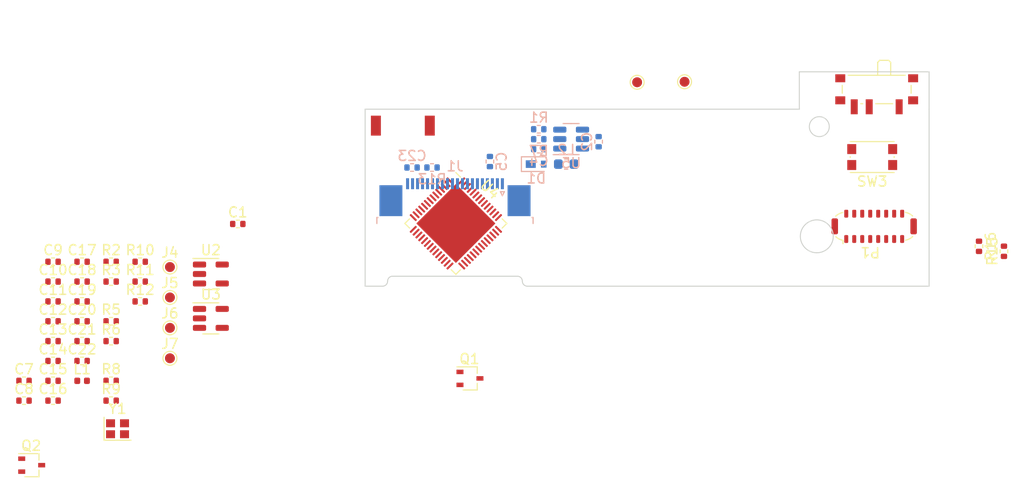
<source format=kicad_pcb>
(kicad_pcb (version 20221018) (generator pcbnew)
  (layers (0 "F.Cu" signal) (31 "B.Cu" signal) (34 "B.Paste" user) (35 "F.Paste" user) (36 "B.SilkS" user "B.Silkscreen") (37 "F.SilkS" user "F.Silkscreen") (38 "B.Mask" user) (39 "F.Mask" user) (44 "Edge.Cuts" user))
  (net 0 "")
  (net 1 "GND")
  (net 2 "/EN")
  (net 3 "+3V3")
  (net 4 "VDD3P3")
  (net 5 "/IO15")
  (net 6 "/D-")
  (net 7 "/D+")
  (net 8 "/IO2")
  (net 9 "/IO4")
  (net 10 "/IO0")
  (net 11 "/SCL")
  (net 12 "/SDA")
  (net 14 "+12V")
  (net 15 "Net-(J1-Pin_3)")
  (net 16 "Net-(D1-A)")
  (net 17 "Net-(J5-Pin_1)")
  (net 18 "Net-(Q1-B)")
  (net 19 "Net-(Q2-B)")
  (net 21 "/VCC_DISPL")
  (net 22 "Net-(J2-Pin_1)")
  (net 24 "/VBAT")
  (net 25 "/VUSB")
  (net 26 "/GPIO9")
  (net 27 "Net-(U4-XTAL_N)")
  (net 28 "Net-(U4-XTAL_P)")
  (net 29 "Net-(U4-VDD_SPI)")
  (net 30 "Net-(C21-Pad1)")
  (net 31 "Net-(J7-Pin_1)")
  (net 32 "Net-(J4-Pin_1)")
  (net 33 "Net-(U4-GPIO21)")
  (net 68 "Net-(P1-D+)")
  (net 69 "Net-(P1-D-)")
  (net 70 "Net-(P1-CC)")
  (net 71 "Net-(P1-VCONN)")
  (net 77 "/DC")
  (net 78 "/CS")
  (net 79 "Net-(J1-Pin_17)")
  (net 81 "Net-(U5-FB)")
  (net 83 "Net-(AE2-A)")
  (footprint "Resistor_SMD:R_0402_1005Metric" (layer "F.Cu") (at 81.2325 62.04)
    (fp_text reference "C10" (at 0 -1.17) (layer "F.SilkS"))
    (fp_text value "1µ")
    (fp_line (start -0.153641 -0.38) (end 0.153641 -0.38) (stroke (width 0.12)) (layer "F.SilkS"))
    (fp_line (start -0.153641 0.38) (end 0.153641 0.38) (stroke (width 0.12)) (layer "F.SilkS"))
    (pad "1" smd roundrect (at -0.51 0) (size 0.54 0.64) (layers "F.Cu" "F.Paste" "F.Mask") (net 2 "/EN"))
    (pad "2" smd roundrect (at 0.51 0) (size 0.54 0.64) (layers "F.Cu" "F.Paste" "F.Mask") (net 1 "GND"))
  )
  (footprint "TestPoint:TestPoint_Pad_D1.0mm" (layer "F.Cu") (at 144.5 42)
    (fp_text reference "J3" hide)
    (fp_text value "Conn_01x01")
    (fp_circle (center 0 0) (end 0 0.7) (stroke (width 0.12)) (fill none) (layer "F.SilkS"))
    (pad "1" smd circle (at 0 0) (size 1 1) (layers "F.Cu" "F.Mask") (net 1 "GND"))
  )
  (footprint "Resistor_SMD:R_0402_1005Metric" (layer "F.Cu") (at 89.9625 62.04)
    (fp_text reference "R11" (at 0 -1.17) (layer "F.SilkS"))
    (fp_text value "390K")
    (fp_line (start -0.153641 -0.38) (end 0.153641 -0.38) (stroke (width 0.12)) (layer "F.SilkS"))
    (fp_line (start -0.153641 0.38) (end 0.153641 0.38) (stroke (width 0.12)) (layer "F.SilkS"))
    (pad "1" smd roundrect (at -0.51 0) (size 0.54 0.64) (layers "F.Cu" "F.Paste" "F.Mask") (net 32 "Net-(J4-Pin_1)"))
    (pad "2" smd roundrect (at 0.51 0) (size 0.54 0.64) (layers "F.Cu" "F.Paste" "F.Mask") (net 19 "Net-(Q2-B)"))
  )
  (footprint "Crystal:Crystal_SMD_2016-4Pin_2.0x1.6mm" (layer "F.Cu") (at 87.6925 76.8)
    (fp_text reference "Y1" (at 0 -2) (layer "F.SilkS"))
    (fp_text value "40MHz")
    (fp_line (start -1.35 -1.15) (end -1.35 1.15) (stroke (width 0.12)) (layer "F.SilkS"))
    (fp_line (start -1.35 1.15) (end 1.35 1.15) (stroke (width 0.12)) (layer "F.SilkS"))
    (pad "1" smd rect (at -0.7 0.55) (size 0.9 0.8) (layers "F.Cu" "F.Paste" "F.Mask") (net 28 "Net-(U4-XTAL_P)"))
    (pad "2" smd rect (at 0.7 0.55) (size 0.9 0.8) (layers "F.Cu" "F.Paste" "F.Mask") (net 1 "GND"))
    (pad "3" smd rect (at 0.7 -0.55) (size 0.9 0.8) (layers "F.Cu" "F.Paste" "F.Mask") (net 27 "Net-(U4-XTAL_N)"))
    (pad "4" smd rect (at -0.7 -0.55) (size 0.9 0.8) (layers "F.Cu" "F.Paste" "F.Mask") (net 1 "GND"))
  )
  (footprint "Resistor_SMD:R_0402_1005Metric" (layer "F.Cu") (at 87.0525 66.02)
    (fp_text reference "R5" (at 0 -1.17) (layer "F.SilkS"))
    (fp_text value "390K")
    (fp_line (start -0.153641 -0.38) (end 0.153641 -0.38) (stroke (width 0.12)) (layer "F.SilkS"))
    (fp_line (start -0.153641 0.38) (end 0.153641 0.38) (stroke (width 0.12)) (layer "F.SilkS"))
    (pad "1" smd roundrect (at -0.51 0) (size 0.54 0.64) (layers "F.Cu" "F.Paste" "F.Mask") (net 24 "/VBAT"))
    (pad "2" smd roundrect (at 0.51 0) (size 0.54 0.64) (layers "F.Cu" "F.Paste" "F.Mask") (net 26 "/GPIO9"))
  )
  (footprint "Resistor_SMD:R_0402_1005Metric" (layer "F.Cu") (at 81.2325 64.03)
    (fp_text reference "C11" (at 0 -1.17) (layer "F.SilkS"))
    (fp_text value "10µ")
    (fp_line (start -0.153641 -0.38) (end 0.153641 -0.38) (stroke (width 0.12)) (layer "F.SilkS"))
    (fp_line (start -0.153641 0.38) (end 0.153641 0.38) (stroke (width 0.12)) (layer "F.SilkS"))
    (pad "1" smd roundrect (at -0.51 0) (size 0.54 0.64) (layers "F.Cu" "F.Paste" "F.Mask") (net 3 "+3V3"))
    (pad "2" smd roundrect (at 0.51 0) (size 0.54 0.64) (layers "F.Cu" "F.Paste" "F.Mask") (net 1 "GND"))
  )
  (footprint "Resistor_SMD:R_0402_1005Metric" (layer "F.Cu") (at 78.3225 73.98)
    (fp_text reference "C8" (at 0 -1.17) (layer "F.SilkS"))
    (fp_text value "15p")
    (fp_line (start -0.153641 -0.38) (end 0.153641 -0.38) (stroke (width 0.12)) (layer "F.SilkS"))
    (fp_line (start -0.153641 0.38) (end 0.153641 0.38) (stroke (width 0.12)) (layer "F.SilkS"))
    (pad "1" smd roundrect (at -0.51 0) (size 0.54 0.64) (layers "F.Cu" "F.Paste" "F.Mask") (net 27 "Net-(U4-XTAL_N)"))
    (pad "2" smd roundrect (at 0.51 0) (size 0.54 0.64) (layers "F.Cu" "F.Paste" "F.Mask") (net 1 "GND"))
  )
  (footprint "Package_TO_SOT_SMD:SOT-323_SC-70" (layer "F.Cu") (at 123 71.75)
    (fp_text reference "Q1" (at -0.05 -1.95) (layer "F.SilkS"))
    (fp_text value "BC817W")
    (fp_line (start -0.68 1.16) (end 0.73 1.16) (stroke (width 0.12)) (layer "F.SilkS"))
    (fp_line (start 0.73 -1.16) (end -1.3 -1.16) (stroke (width 0.12)) (layer "F.SilkS"))
    (fp_line (start 0.73 -1.16) (end 0.73 -0.5) (stroke (width 0.12)) (layer "F.SilkS"))
    (fp_line (start 0.73 0.5) (end 0.73 1.16) (stroke (width 0.12)) (layer "F.SilkS"))
    (pad "1" smd rect (at -1 -0.65 270) (size 0.45 0.7) (layers "F.Cu" "F.Paste" "F.Mask") (net 18 "Net-(Q1-B)"))
    (pad "2" smd rect (at -1 0.65 270) (size 0.45 0.7) (layers "F.Cu" "F.Paste" "F.Mask") (net 1 "GND"))
    (pad "3" smd rect (at 1 0 270) (size 0.45 0.7) (layers "F.Cu" "F.Paste" "F.Mask") (net 9 "/IO4"))
  )
  (footprint "Resistor_SMD:R_0402_1005Metric" (layer "F.Cu") (at 81.2325 70)
    (fp_text reference "C14" (at 0 -1.17) (layer "F.SilkS"))
    (fp_text value "1µ")
    (fp_line (start -0.153641 -0.38) (end 0.153641 -0.38) (stroke (width 0.12)) (layer "F.SilkS"))
    (fp_line (start -0.153641 0.38) (end 0.153641 0.38) (stroke (width 0.12)) (layer "F.SilkS"))
    (pad "1" smd roundrect (at -0.51 0) (size 0.54 0.64) (layers "F.Cu" "F.Paste" "F.Mask") (net 1 "GND"))
    (pad "2" smd roundrect (at 0.51 0) (size 0.54 0.64) (layers "F.Cu" "F.Paste" "F.Mask") (net 29 "Net-(U4-VDD_SPI)"))
  )
  (footprint "Resistor_SMD:R_0402_1005Metric" (layer "F.Cu") (at 87.0525 68.01)
    (fp_text reference "R6" (at 0 -1.17) (layer "F.SilkS"))
    (fp_text value "390K")
    (fp_line (start -0.153641 -0.38) (end 0.153641 -0.38) (stroke (width 0.12)) (layer "F.SilkS"))
    (fp_line (start -0.153641 0.38) (end 0.153641 0.38) (stroke (width 0.12)) (layer "F.SilkS"))
    (pad "1" smd roundrect (at -0.51 0) (size 0.54 0.64) (layers "F.Cu" "F.Paste" "F.Mask") (net 26 "/GPIO9"))
    (pad "2" smd roundrect (at 0.51 0) (size 0.54 0.64) (layers "F.Cu" "F.Paste" "F.Mask") (net 1 "GND"))
  )
  (footprint "Package_DFN_QFN:QFN-56-1EP_7x7mm_P0.4mm_EP5.6x5.6mm" (layer "F.Cu") (at 121.589949 56.210051 -45)
    (fp_text reference "U4" (at 0 -4.82 135) (layer "F.SilkS"))
    (fp_text value "ESP32-S3")
    (fp_line (start -3.61 3.61) (end -3.61 2.96) (stroke (width 0.12)) (layer "F.SilkS"))
    (fp_line (start -2.96 -3.61) (end -3.61 -3.61) (stroke (width 0.12)) (layer "F.SilkS"))
    (fp_line (start -2.96 3.61) (end -3.61 3.61) (stroke (width 0.12)) (layer "F.SilkS"))
    (fp_line (start 2.96 -3.61) (end 3.61 -3.61) (stroke (width 0.12)) (layer "F.SilkS"))
    (fp_line (start 2.96 3.61) (end 3.61 3.61) (stroke (width 0.12)) (layer "F.SilkS"))
    (fp_line (start 3.61 -3.61) (end 3.61 -2.96) (stroke (width 0.12)) (layer "F.SilkS"))
    (fp_line (start 3.61 3.61) (end 3.61 2.96) (stroke (width 0.12)) (layer "F.SilkS"))
    (pad "1" smd roundrect (at -3.4375 -2.6 315) (size 0.875 0.2) (layers "F.Cu" "F.Paste" "F.Mask") (net 83 "Net-(AE2-A)"))
    (pad "2" smd roundrect (at -3.4375 -2.2 315) (size 0.875 0.2) (layers "F.Cu" "F.Paste" "F.Mask") (net 4 "VDD3P3"))
    (pad "3" smd roundrect (at -3.4375 -1.8 315) (size 0.875 0.2) (layers "F.Cu" "F.Paste" "F.Mask") (net 4 "VDD3P3"))
    (pad "4" smd roundrect (at -3.4375 -1.4 315) (size 0.875 0.2) (layers "F.Cu" "F.Paste" "F.Mask") (net 2 "/EN"))
    (pad "5" smd roundrect (at -3.4375 -1 315) (size 0.875 0.2) (layers "F.Cu" "F.Paste" "F.Mask") (net 10 "/IO0"))
    (pad "6" smd roundrect (at -3.4375 -0.6 315) (size 0.875 0.2) (layers "F.Cu" "F.Paste" "F.Mask"))
    (pad "7" smd roundrect (at -3.4375 -0.2 315) (size 0.875 0.2) (layers "F.Cu" "F.Paste" "F.Mask") (net 8 "/IO2"))
    (pad "8" smd roundrect (at -3.4375 0.2 315) (size 0.875 0.2) (layers "F.Cu" "F.Paste" "F.Mask"))
    (pad "9" smd roundrect (at -3.4375 0.6 315) (size 0.875 0.2) (layers "F.Cu" "F.Paste" "F.Mask") (net 9 "/IO4"))
    (pad "10" smd roundrect (at -3.4375 1 315) (size 0.875 0.2) (layers "F.Cu" "F.Paste" "F.Mask"))
    (pad "11" smd roundrect (at -3.4375 1.4 315) (size 0.875 0.2) (layers "F.Cu" "F.Paste" "F.Mask"))
    (pad "12" smd roundrect (at -3.4375 1.8 315) (size 0.875 0.2) (layers "F.Cu" "F.Paste" "F.Mask"))
    (pad "13" smd roundrect (at -3.4375 2.2 315) (size 0.875 0.2) (layers "F.Cu" "F.Paste" "F.Mask"))
    (pad "14" smd roundrect (at -3.4375 2.6 315) (size 0.875 0.2) (layers "F.Cu" "F.Paste" "F.Mask") (net 26 "/GPIO9"))
    (pad "15" smd roundrect (at -2.6 3.4375 315) (size 0.2 0.875) (layers "F.Cu" "F.Paste" "F.Mask") (net 31 "Net-(J7-Pin_1)"))
    (pad "16" smd roundrect (at -2.2 3.4375 315) (size 0.2 0.875) (layers "F.Cu" "F.Paste" "F.Mask") (net 12 "/SDA"))
    (pad "17" smd roundrect (at -1.8 3.4375 315) (size 0.2 0.875) (layers "F.Cu" "F.Paste" "F.Mask") (net 11 "/SCL"))
    (pad "18" smd roundrect (at -1.4 3.4375 315) (size 0.2 0.875) (layers "F.Cu" "F.Paste" "F.Mask") (net 78 "/CS"))
    (pad "19" smd roundrect (at -1 3.4375 315) (size 0.2 0.875) (layers "F.Cu" "F.Paste" "F.Mask") (net 77 "/DC"))
    (pad "20" smd roundrect (at -0.6 3.4375 315) (size 0.2 0.875) (layers "F.Cu" "F.Paste" "F.Mask") (net 3 "+3V3"))
    (pad "21" smd roundrect (at -0.2 3.4375 315) (size 0.2 0.875) (layers "F.Cu" "F.Paste" "F.Mask") (net 5 "/IO15"))
    (pad "22" smd roundrect (at 0.2 3.4375 315) (size 0.2 0.875) (layers "F.Cu" "F.Paste" "F.Mask"))
    (pad "23" smd roundrect (at 0.6 3.4375 315) (size 0.2 0.875) (layers "F.Cu" "F.Paste" "F.Mask") (net 21 "/VCC_DISPL"))
    (pad "24" smd roundrect (at 1 3.4375 315) (size 0.2 0.875) (layers "F.Cu" "F.Paste" "F.Mask"))
    (pad "25" smd roundrect (at 1.4 3.4375 315) (size 0.2 0.875) (layers "F.Cu" "F.Paste" "F.Mask") (net 6 "/D-"))
    (pad "26" smd roundrect (at 1.8 3.4375 315) (size 0.2 0.875) (layers "F.Cu" "F.Paste" "F.Mask") (net 7 "/D+"))
    (pad "27" smd roundrect (at 2.2 3.4375 315) (size 0.2 0.875) (layers "F.Cu" "F.Paste" "F.Mask") (net 33 "Net-(U4-GPIO21)"))
    (pad "28" smd roundrect (at 2.6 3.4375 315) (size 0.2 0.875) (layers "F.Cu" "F.Paste" "F.Mask"))
    (pad "29" smd roundrect (at 3.4375 2.6 315) (size 0.875 0.2) (layers "F.Cu" "F.Paste" "F.Mask") (net 29 "Net-(U4-VDD_SPI)"))
    (pad "30" smd roundrect (at 3.4375 2.2 315) (size 0.875 0.2) (layers "F.Cu" "F.Paste" "F.Mask"))
    (pad "31" smd roundrect (at 3.4375 1.8 315) (size 0.875 0.2) (layers "F.Cu" "F.Paste" "F.Mask"))
    (pad "32" smd roundrect (at 3.4375 1.4 315) (size 0.875 0.2) (layers "F.Cu" "F.Paste" "F.Mask"))
    (pad "33" smd roundrect (at 3.4375 1 315) (size 0.875 0.2) (layers "F.Cu" "F.Paste" "F.Mask"))
    (pad "34" smd roundrect (at 3.4375 0.6 315) (size 0.875 0.2) (layers "F.Cu" "F.Paste" "F.Mask"))
    (pad "35" smd roundrect (at 3.4375 0.2 315) (size 0.875 0.2) (layers "F.Cu" "F.Paste" "F.Mask"))
    (pad "36" smd roundrect (at 3.4375 -0.2 315) (size 0.875 0.2) (layers "F.Cu" "F.Paste" "F.Mask"))
    (pad "37" smd roundrect (at 3.4375 -0.6 315) (size 0.875 0.2) (layers "F.Cu" "F.Paste" "F.Mask"))
    (pad "38" smd roundrect (at 3.4375 -1 315) (size 0.875 0.2) (layers "F.Cu" "F.Paste" "F.Mask"))
    (pad "39" smd roundrect (at 3.4375 -1.4 315) (size 0.875 0.2) (layers "F.Cu" "F.Paste" "F.Mask"))
    (pad "40" smd roundrect (at 3.4375 -1.8 315) (size 0.875 0.2) (layers "F.Cu" "F.Paste" "F.Mask"))
    (pad "41" smd roundrect (at 3.4375 -2.2 315) (size 0.875 0.2) (layers "F.Cu" "F.Paste" "F.Mask"))
    (pad "42" smd roundrect (at 3.4375 -2.6 315) (size 0.875 0.2) (layers "F.Cu" "F.Paste" "F.Mask"))
    (pad "43" smd roundrect (at 2.6 -3.4375 315) (size 0.2 0.875) (layers "F.Cu" "F.Paste" "F.Mask"))
    (pad "44" smd roundrect (at 2.2 -3.4375 315) (size 0.2 0.875) (layers "F.Cu" "F.Paste" "F.Mask"))
    (pad "45" smd roundrect (at 1.8 -3.4375 315) (size 0.2 0.875) (layers "F.Cu" "F.Paste" "F.Mask"))
    (pad "46" smd roundrect (at 1.4 -3.4375 315) (size 0.2 0.875) (layers "F.Cu" "F.Paste" "F.Mask") (net 3 "+3V3"))
    (pad "47" smd roundrect (at 1 -3.4375 315) (size 0.2 0.875) (layers "F.Cu" "F.Paste" "F.Mask"))
    (pad "48" smd roundrect (at 0.6 -3.4375 315) (size 0.2 0.875) (layers "F.Cu" "F.Paste" "F.Mask"))
    (pad "49" smd roundrect (at 0.2 -3.4375 315) (size 0.2 0.875) (layers "F.Cu" "F.Paste" "F.Mask"))
    (pad "50" smd roundrect (at -0.2 -3.4375 315) (size 0.2 0.875) (layers "F.Cu" "F.Paste" "F.Mask"))
    (pad "51" smd roundrect (at -0.6 -3.4375 315) (size 0.2 0.875) (layers "F.Cu" "F.Paste" "F.Mask"))
    (pad "52" smd roundrect (at -1 -3.4375 315) (size 0.2 0.875) (layers "F.Cu" "F.Paste" "F.Mask"))
    (pad "53" smd roundrect (at -1.4 -3.4375 315) (size 0.2 0.875) (layers "F.Cu" "F.Paste" "F.Mask") (net 27 "Net-(U4-XTAL_N)"))
    (pad "54" smd roundrect (at -1.8 -3.4375 315) (size 0.2 0.875) (layers "F.Cu" "F.Paste" "F.Mask") (net 28 "Net-(U4-XTAL_P)"))
    (pad "55" smd roundrect (at -2.2 -3.4375 315) (size 0.2 0.875) (layers "F.Cu" "F.Paste" "F.Mask") (net 3 "+3V3"))
    (pad "56" smd roundrect (at -2.6 -3.4375 315) (size 0.2 0.875) (layers "F.Cu" "F.Paste" "F.Mask") (net 3 "+3V3"))
    (pad "57" smd rect (at 0 0 315) (size 5.6 5.6) (layers "F.Cu" "F.Mask") (net 1 "GND"))
  )
  (footprint "TestPoint:TestPoint_Pad_D1.0mm" (layer "F.Cu") (at 92.9425 63.63)
    (fp_text reference "J5" (at 0 -1.448) (layer "F.SilkS"))
    (fp_text value "Conn_01x01")
    (fp_circle (center 0 0) (end 0 0.7) (stroke (width 0.12)) (fill none) (layer "F.SilkS"))
    (pad "1" smd circle (at 0 0) (size 1 1) (layers "F.Cu" "F.Mask") (net 17 "Net-(J5-Pin_1)"))
  )
  (footprint "TestPoint:TestPoint_Pad_D1.0mm" (layer "F.Cu") (at 92.9425 66.68)
    (fp_text reference "J6" (at 0 -1.448) (layer "F.SilkS"))
    (fp_text value "Conn_01x01")
    (fp_circle (center 0 0) (end 0 0.7) (stroke (width 0.12)) (fill none) (layer "F.SilkS"))
    (pad "1" smd circle (at 0 0) (size 1 1) (layers "F.Cu" "F.Mask") (net 1 "GND"))
  )
  (footprint "Resistor_SMD:R_0402_1005Metric" (layer "F.Cu") (at 84.1425 66.02)
    (fp_text reference "C20" (at 0 -1.17) (layer "F.SilkS"))
    (fp_text value "1µ")
    (fp_line (start -0.153641 -0.38) (end 0.153641 -0.38) (stroke (width 0.12)) (layer "F.SilkS"))
    (fp_line (start -0.153641 0.38) (end 0.153641 0.38) (stroke (width 0.12)) (layer "F.SilkS"))
    (pad "1" smd roundrect (at -0.51 0) (size 0.54 0.64) (layers "F.Cu" "F.Paste" "F.Mask") (net 1 "GND"))
    (pad "2" smd roundrect (at 0.51 0) (size 0.54 0.64) (layers "F.Cu" "F.Paste" "F.Mask") (net 3 "+3V3"))
  )
  (footprint "Resistor_SMD:R_0402_1005Metric" (layer "F.Cu") (at 87.0525 71.99)
    (fp_text reference "R8" (at 0 -1.17) (layer "F.SilkS"))
    (fp_text value "5K1")
    (fp_line (start -0.153641 -0.38) (end 0.153641 -0.38) (stroke (width 0.12)) (layer "F.SilkS"))
    (fp_line (start -0.153641 0.38) (end 0.153641 0.38) (stroke (width 0.12)) (layer "F.SilkS"))
    (pad "1" smd roundrect (at -0.51 0) (size 0.54 0.64) (layers "F.Cu" "F.Paste" "F.Mask") (net 3 "+3V3"))
    (pad "2" smd roundrect (at 0.51 0) (size 0.54 0.64) (layers "F.Cu" "F.Paste" "F.Mask") (net 2 "/EN"))
  )
  (footprint "Package_TO_SOT_SMD:SOT-323_SC-70" (layer "F.Cu") (at 79.0925 80.45)
    (fp_text reference "Q2" (at -0.05 -1.95) (layer "F.SilkS"))
    (fp_text value "BC817W")
    (fp_line (start -0.68 1.16) (end 0.73 1.16) (stroke (width 0.12)) (layer "F.SilkS"))
    (fp_line (start 0.73 -1.16) (end -1.3 -1.16) (stroke (width 0.12)) (layer "F.SilkS"))
    (fp_line (start 0.73 -1.16) (end 0.73 -0.5) (stroke (width 0.12)) (layer "F.SilkS"))
    (fp_line (start 0.73 0.5) (end 0.73 1.16) (stroke (width 0.12)) (layer "F.SilkS"))
    (pad "1" smd rect (at -1 -0.65 270) (size 0.45 0.7) (layers "F.Cu" "F.Paste" "F.Mask") (net 19 "Net-(Q2-B)"))
    (pad "2" smd rect (at -1 0.65 270) (size 0.45 0.7) (layers "F.Cu" "F.Paste" "F.Mask") (net 1 "GND"))
    (pad "3" smd rect (at 1 0 270) (size 0.45 0.7) (layers "F.Cu" "F.Paste" "F.Mask") (net 8 "/IO2"))
  )
  (footprint "TestPoint:TestPoint_Pad_D1.0mm" (layer "F.Cu") (at 92.9425 60.58)
    (fp_text reference "J4" (at 0 -1.448) (layer "F.SilkS"))
    (fp_text value "Conn_01x01")
    (fp_circle (center 0 0) (end 0 0.7) (stroke (width 0.12)) (fill none) (layer "F.SilkS"))
    (pad "1" smd circle (at 0 0) (size 1 1) (layers "F.Cu" "F.Mask") (net 32 "Net-(J4-Pin_1)"))
  )
  (footprint "Resistor_SMD:R_0402_1005Metric" (layer "F.Cu") (at 81.2325 73.98)
    (fp_text reference "C16" (at 0 -1.17) (layer "F.SilkS"))
    (fp_text value "100n")
    (fp_line (start -0.153641 -0.38) (end 0.153641 -0.38) (stroke (width 0.12)) (layer "F.SilkS"))
    (fp_line (start -0.153641 0.38) (end 0.153641 0.38) (stroke (width 0.12)) (layer "F.SilkS"))
    (pad "1" smd roundrect (at -0.51 0) (size 0.54 0.64) (layers "F.Cu" "F.Paste" "F.Mask") (net 1 "GND"))
    (pad "2" smd roundrect (at 0.51 0) (size 0.54 0.64) (layers "F.Cu" "F.Paste" "F.Mask") (net 4 "VDD3P3"))
  )
  (footprint "Resistor_SMD:R_0402_1005Metric" (layer "F.Cu") (at 176.5 59 90)
    (fp_text reference "R15" (at 0 -1.17 90) (layer "F.SilkS"))
    (fp_text value "5K1")
    (fp_line (start -0.153641 -0.38) (end 0.153641 -0.38) (stroke (width 0.12)) (layer "F.SilkS"))
    (fp_line (start -0.153641 0.38) (end 0.153641 0.38) (stroke (width 0.12)) (layer "F.SilkS"))
    (pad "1" smd roundrect (at -0.51 0 90) (size 0.54 0.64) (layers "F.Cu" "F.Paste" "F.Mask") (net 70 "Net-(P1-CC)"))
    (pad "2" smd roundrect (at 0.51 0 90) (size 0.54 0.64) (layers "F.Cu" "F.Paste" "F.Mask") (net 1 "GND"))
  )
  (footprint "Button_Switch_SMD:SW_SPDT_PCM12" (layer "F.Cu") (at 163.75 43.08 180)
    (fp_text reference "SW1" hide)
    (fp_text value "SW_DIP_x01")
    (fp_line (start -3.45 -0.07) (end -3.45 0.72) (stroke (width 0.12)) (layer "F.SilkS"))
    (fp_line (start -2.85 1.73) (end 2.85 1.73) (stroke (width 0.12)) (layer "F.SilkS"))
    (fp_line (start -1.6 -1.12) (end 0.1 -1.12) (stroke (width 0.12)) (layer "F.SilkS"))
    (fp_line (start -1.4 1.73) (end -1.4 3.02) (stroke (width 0.12)) (layer "F.SilkS"))
    (fp_line (start -1.4 3.02) (end -1.2 3.23) (stroke (width 0.12)) (layer "F.SilkS"))
    (fp_line (start -1.2 3.23) (end -0.3 3.23) (stroke (width 0.12)) (layer "F.SilkS"))
    (fp_line (start -0.1 3.02) (end -0.3 3.23) (stroke (width 0.12)) (layer "F.SilkS"))
    (fp_line (start -0.1 3.02) (end -0.1 1.73) (stroke (width 0.12)) (layer "F.SilkS"))
    (fp_line (start 1.4 -1.12) (end 1.6 -1.12) (stroke (width 0.12)) (layer "F.SilkS"))
    (fp_line (start 3.45 0.72) (end 3.45 -0.07) (stroke (width 0.12)) (layer "F.SilkS"))
    (pad "" smd rect (at -3.65 -0.78 180) (size 1 0.8) (layers "F.Cu" "F.Paste" "F.Mask"))
    (pad "" smd rect (at -3.65 1.43 180) (size 1 0.8) (layers "F.Cu" "F.Paste" "F.Mask"))
    (pad "" np_thru_hole circle (at -1.5 0.33 180) (size 0.9 0.9) (drill 0.9) (layers "*.Cu" "*.Mask"))
    (pad "" np_thru_hole circle (at 1.5 0.33 180) (size 0.9 0.9) (drill 0.9) (layers "*.Cu" "*.Mask"))
    (pad "" smd rect (at 3.65 -0.78 180) (size 1 0.8) (layers "F.Cu" "F.Paste" "F.Mask"))
    (pad "" smd rect (at 3.65 1.43 180) (size 1 0.8) (layers "F.Cu" "F.Paste" "F.Mask"))
    (pad "1" smd rect (at -2.25 -1.43 180) (size 0.7 1.5) (layers "F.Cu" "F.Paste" "F.Mask") (net 24 "/VBAT"))
    (pad "2" smd rect (at 0.75 -1.43 180) (size 0.7 1.5) (layers "F.Cu" "F.Paste" "F.Mask") (net 22 "Net-(J2-Pin_1)"))
    (pad "3" smd rect (at 2.25 -1.43 180) (size 0.7 1.5) (layers "F.Cu" "F.Paste" "F.Mask"))
  )
  (footprint "Resistor_SMD:R_0402_1005Metric" (layer "F.Cu") (at 81.2325 68.01)
    (fp_text reference "C13" (at 0 -1.17) (layer "F.SilkS"))
    (fp_text value "100n")
    (fp_line (start -0.153641 -0.38) (end 0.153641 -0.38) (stroke (width 0.12)) (layer "F.SilkS"))
    (fp_line (start -0.153641 0.38) (end 0.153641 0.38) (stroke (width 0.12)) (layer "F.SilkS"))
    (pad "1" smd roundrect (at -0.51 0) (size 0.54 0.64) (layers "F.Cu" "F.Paste" "F.Mask") (net 1 "GND"))
    (pad "2" smd roundrect (at 0.51 0) (size 0.54 0.64) (layers "F.Cu" "F.Paste" "F.Mask") (net 3 "+3V3"))
  )
  (footprint "Resistor_SMD:R_0402_1005Metric" (layer "F.Cu") (at 99.74 56.26)
    (fp_text reference "C1" (at 0 -1.17) (layer "F.SilkS"))
    (fp_text value "1µ")
    (fp_line (start -0.153641 -0.38) (end 0.153641 -0.38) (stroke (width 0.12)) (layer "F.SilkS"))
    (fp_line (start -0.153641 0.38) (end 0.153641 0.38) (stroke (width 0.12)) (layer "F.SilkS"))
    (pad "1" smd roundrect (at -0.51 0) (size 0.54 0.64) (layers "F.Cu" "F.Paste" "F.Mask") (net 1 "GND"))
    (pad "2" smd roundrect (at 0.51 0) (size 0.54 0.64) (layers "F.Cu" "F.Paste" "F.Mask") (net 25 "/VUSB"))
  )
  (footprint "Connector_USB:USB_C_Plug_ShenzhenJingTuoJin_918-118A2021Y40002_Vertical" (layer "F.Cu") (at 163.5 56.5 90)
    (fp_text reference "P1" (at -2.6 -0.4 180 unlocked) (layer "F.SilkS"))
    (fp_text value "USB_C_Plug_USB2.0")
    (fp_line (start -1.74 -3.125) (end -1.4 -3.125) (stroke (width 0.12)) (layer "F.SilkS"))
    (fp_arc (start -1.4 -3.125) (mid -1.273005 -3.509003) (end -1.043045 -3.841725) (stroke (width 0.12)) (layer "F.SilkS"))
    (fp_arc (start -1.025 3.85) (mid -1.258743 3.520613) (end -1.389879 3.138598) (stroke (width 0.12)) (layer "F.SilkS"))
    (fp_arc (start 1.025 -3.85) (mid 1.258743 -3.520613) (end 1.389879 -3.138598) (stroke (width 0.12)) (layer "F.SilkS"))
    (fp_arc (start 1.4 3.125) (mid 1.273005 3.509002) (end 1.043045 3.841725) (stroke (width 0.12)) (layer "F.SilkS"))
    (pad "A1" smd roundrect (at -1.27 -2.8 180) (size 0.4 0.79) (layers "F.Cu" "F.Paste" "F.Mask") (net 1 "GND"))
    (pad "A4" smd roundrect (at -1.27 -2 180) (size 0.4 0.79) (layers "F.Cu" "F.Paste" "F.Mask") (net 25 "/VUSB"))
    (pad "A5" smd roundrect (at -1.27 -1.2 180) (size 0.4 0.79) (layers "F.Cu" "F.Paste" "F.Mask") (net 70 "Net-(P1-CC)"))
    (pad "A6" smd roundrect (at -1.27 -0.4 180) (size 0.4 0.79) (layers "F.Cu" "F.Paste" "F.Mask") (net 68 "Net-(P1-D+)"))
    (pad "A7" smd roundrect (at -1.27 0.4 180) (size 0.4 0.79) (layers "F.Cu" "F.Paste" "F.Mask") (net 69 "Net-(P1-D-)"))
    (pad "A8" smd roundrect (at -1.27 1.2 180) (size 0.4 0.79) (layers "F.Cu" "F.Paste" "F.Mask"))
    (pad "A9" smd roundrect (at -1.27 2 180) (size 0.4 0.79) (layers "F.Cu" "F.Paste" "F.Mask") (net 25 "/VUSB"))
    (pad "A12" smd roundrect (at -1.27 2.8 180) (size 0.4 0.79) (layers "F.Cu" "F.Paste" "F.Mask") (net 1 "GND"))
    (pad "B1" smd roundrect (at 1.27 2.8 180) (size 0.4 0.79) (layers "F.Cu" "F.Paste" "F.Mask") (net 1 "GND"))
    (pad "B4" smd roundrect (at 1.27 2 180) (size 0.4 0.79) (layers "F.Cu" "F.Paste" "F.Mask") (net 25 "/VUSB"))
    (pad "B5" smd roundrect (at 1.27 1.2 180) (size 0.4 0.79) (layers "F.Cu" "F.Paste" "F.Mask") (net 71 "Net-(P1-VCONN)"))
    (pad "B6" smd roundrect (at 1.27 0.4 180) (size 0.4 0.79) (layers "F.Cu" "F.Paste" "F.Mask"))
    (pad "B7" smd roundrect (at 1.27 -0.4 180) (size 0.4 0.79) (layers "F.Cu" "F.Paste" "F.Mask"))
    (pad "B8" smd roundrect (at 1.27 -1.2 180) (size 0.4 0.79) (layers "F.Cu" "F.Paste" "F.Mask"))
    (pad "B9" smd roundrect (at 1.27 -2 180) (size 0.4 0.79) (layers "F.Cu" "F.Paste" "F.Mask") (net 25 "/VUSB"))
    (pad "B12" smd roundrect (at 1.27 -2.8 180) (size 0.4 0.79) (layers "F.Cu" "F.Paste" "F.Mask") (net 1 "GND"))
    (pad "S1" smd roundrect (at 0 -3.95 180) (size 0.65 1.6) (layers "F.Cu" "F.Paste" "F.Mask") (net 1 "GND"))
    (pad "S1" smd roundrect (at 0 3.95 180) (size 0.65 1.6) (layers "F.Cu" "F.Paste" "F.Mask") (net 1 "GND"))
  )
  (footprint "Resistor_SMD:R_0402_1005Metric" (layer "F.Cu") (at 84.1425 62.04)
    (fp_text reference "C18" (at 0 -1.17) (layer "F.SilkS"))
    (fp_text value "100n")
    (fp_line (start -0.153641 -0.38) (end 0.153641 -0.38) (stroke (width 0.12)) (layer "F.SilkS"))
    (fp_line (start -0.153641 0.38) (end 0.153641 0.38) (stroke (width 0.12)) (layer "F.SilkS"))
    (pad "1" smd roundrect (at -0.51 0) (size 0.54 0.64) (layers "F.Cu" "F.Paste" "F.Mask") (net 1 "GND"))
    (pad "2" smd roundrect (at 0.51 0) (size 0.54 0.64) (layers "F.Cu" "F.Paste" "F.Mask") (net 3 "+3V3"))
  )
  (footprint "Resistor_SMD:R_0402_1005Metric" (layer "F.Cu") (at 89.9625 60.05)
    (fp_text reference "R10" (at 0 -1.17) (layer "F.SilkS"))
    (fp_text value "5K1")
    (fp_line (start -0.153641 -0.38) (end 0.153641 -0.38) (stroke (width 0.12)) (layer "F.SilkS"))
    (fp_line (start -0.153641 0.38) (end 0.153641 0.38) (stroke (width 0.12)) (layer "F.SilkS"))
    (pad "1" smd roundrect (at -0.51 0) (size 0.54 0.64) (layers "F.Cu" "F.Paste" "F.Mask") (net 30 "Net-(C21-Pad1)"))
    (pad "2" smd roundrect (at 0.51 0) (size 0.54 0.64) (layers "F.Cu" "F.Paste" "F.Mask") (net 31 "Net-(J7-Pin_1)"))
  )
  (footprint "Inductor_SMD:L_0402_1005Metric" (layer "F.Cu") (at 84.1425 71.99)
    (fp_text reference "L1" (at 0 -1.17) (layer "F.SilkS"))
    (fp_text value "2n2")
    (pad "1" smd roundrect (at -0.485 0) (size 0.59 0.64) (layers "F.Cu" "F.Paste" "F.Mask") (net 3 "+3V3"))
    (pad "2" smd roundrect (at 0.485 0) (size 0.59 0.64) (layers "F.Cu" "F.Paste" "F.Mask") (net 4 "VDD3P3"))
  )
  (footprint "Resistor_SMD:R_0402_1005Metric" (layer "F.Cu") (at 84.1425 60.05)
    (fp_text reference "C17" (at 0 -1.17) (layer "F.SilkS"))
    (fp_text value "100n")
    (fp_line (start -0.153641 -0.38) (end 0.153641 -0.38) (stroke (width 0.12)) (layer "F.SilkS"))
    (fp_line (start -0.153641 0.38) (end 0.153641 0.38) (stroke (width 0.12)) (layer "F.SilkS"))
    (pad "1" smd roundrect (at -0.51 0) (size 0.54 0.64) (layers "F.Cu" "F.Paste" "F.Mask") (net 1 "GND"))
    (pad "2" smd roundrect (at 0.51 0) (size 0.54 0.64) (layers "F.Cu" "F.Paste" "F.Mask") (net 3 "+3V3"))
  )
  (footprint "Resistor_SMD:R_0402_1005Metric" (layer "F.Cu") (at 84.1425 68.01)
    (fp_text reference "C21" (at 0 -1.17) (layer "F.SilkS"))
    (fp_text value "1µ")
    (fp_line (start -0.153641 -0.38) (end 0.153641 -0.38) (stroke (width 0.12)) (layer "F.SilkS"))
    (fp_line (start -0.153641 0.38) (end 0.153641 0.38) (stroke (width 0.12)) (layer "F.SilkS"))
    (pad "1" smd roundrect (at -0.51 0) (size 0.54 0.64) (layers "F.Cu" "F.Paste" "F.Mask") (net 30 "Net-(C21-Pad1)"))
    (pad "2" smd roundrect (at 0.51 0) (size 0.54 0.64) (layers "F.Cu" "F.Paste" "F.Mask") (net 1 "GND"))
  )
  (footprint "Button_Switch_SMD:SW_Push_1P1T_NO_CK_KMR2" (layer "F.Cu") (at 163.299999 49.55 180)
    (fp_text reference "SW3" (at 0 -2.45) (layer "F.SilkS"))
    (fp_text value "SW_Push")
    (fp_line (start -2.2 0.05) (end -2.2 -0.05) (stroke (width 0.12)) (layer "F.SilkS"))
    (fp_line (start -2.2 1.55) (end 2.2 1.55) (stroke (width 0.12)) (layer "F.SilkS"))
    (fp_line (start 2.2 -1.55) (end -2.2 -1.55) (stroke (width 0.12)) (layer "F.SilkS"))
    (fp_line (start 2.2 0.05) (end 2.2 -0.05) (stroke (width 0.12)) (layer "F.SilkS"))
    (pad "1" smd rect (at -2.05 -0.8 180) (size 0.9 1) (layers "F.Cu" "F.Paste" "F.Mask") (net 1 "GND"))
    (pad "1" smd rect (at 2.05 -0.8 180) (size 0.9 1) (layers "F.Cu" "F.Paste" "F.Mask") (net 1 "GND"))
    (pad "2" smd rect (at -2.05 0.8 180) (size 0.9 1) (layers "F.Cu" "F.Paste" "F.Mask") (net 10 "/IO0"))
    (pad "2" smd rect (at 2.05 0.8 180) (size 0.9 1) (layers "F.Cu" "F.Paste" "F.Mask") (net 10 "/IO0"))
  )
  (footprint "Package_TO_SOT_SMD:TSOT-23-5" (layer "F.Cu") (at 97.0425 65.73)
    (fp_text reference "U3" (at 0 -2.4) (layer "F.SilkS"))
    (fp_text value "LN1134A332MR")
    (fp_line (start 0 -1.56) (end -1.8 -1.56) (stroke (width 0.12)) (layer "F.SilkS"))
    (fp_line (start 0 -1.56) (end 0.8 -1.56) (stroke (width 0.12)) (layer "F.SilkS"))
    (fp_line (start 0 1.56) (end -0.8 1.56) (stroke (width 0.12)) (layer "F.SilkS"))
    (fp_line (start 0 1.56) (end 0.8 1.56) (stroke (width 0.12)) (layer "F.SilkS"))
    (pad "1" smd roundrect (at -1.1375 -0.95) (size 1.325 0.6) (layers "F.Cu" "F.Paste" "F.Mask") (net 24 "/VBAT"))
    (pad "2" smd roundrect (at -1.1375 0) (size 1.325 0.6) (layers "F.Cu" "F.Paste" "F.Mask") (net 1 "GND"))
    (pad "3" smd roundrect (at -1.1375 0.95) (size 1.325 0.6) (layers "F.Cu" "F.Paste" "F.Mask") (net 24 "/VBAT"))
    (pad "4" smd roundrect (at 1.1375 0.95) (size 1.325 0.6) (layers "F.Cu" "F.Paste" "F.Mask"))
    (pad "5" smd roundrect (at 1.1375 -0.95) (size 1.325 0.6) (layers "F.Cu" "F.Paste" "F.Mask") (net 3 "+3V3"))
  )
  (footprint "Resistor_SMD:R_0402_1005Metric" (layer "F.Cu") (at 81.2325 71.99)
    (fp_text reference "C15" (at 0 -1.17) (layer "F.SilkS"))
    (fp_text value "100n")
    (fp_line (start -0.153641 -0.38) (end 0.153641 -0.38) (stroke (width 0.12)) (layer "F.SilkS"))
    (fp_line (start -0.153641 0.38) (end 0.153641 0.38) (stroke (width 0.12)) (layer "F.SilkS"))
    (pad "1" smd roundrect (at -0.51 0) (size 0.54 0.64) (layers "F.Cu" "F.Paste" "F.Mask") (net 1 "GND"))
    (pad "2" smd roundrect (at 0.51 0) (size 0.54 0.64) (layers "F.Cu" "F.Paste" "F.Mask") (net 29 "Net-(U4-VDD_SPI)"))
  )
  (footprint "Resistor_SMD:R_0402_1005Metric" (layer "F.Cu") (at 84.1425 70)
    (fp_text reference "C22" (at 0 -1.17) (layer "F.SilkS"))
    (fp_text value "1µ")
    (fp_line (start -0.153641 -0.38) (end 0.153641 -0.38) (stroke (width 0.12)) (layer "F.SilkS"))
    (fp_line (start -0.153641 0.38) (end 0.153641 0.38) (stroke (width 0.12)) (layer "F.SilkS"))
    (pad "1" smd roundrect (at -0.51 0) (size 0.54 0.64) (layers "F.Cu" "F.Paste" "F.Mask") (net 31 "Net-(J7-Pin_1)"))
    (pad "2" smd roundrect (at 0.51 0) (size 0.54 0.64) (layers "F.Cu" "F.Paste" "F.Mask") (net 1 "GND"))
  )
  (footprint "Package_TO_SOT_SMD:TSOT-23-5" (layer "F.Cu") (at 97.0425 61.28)
    (fp_text reference "U2" (at 0 -2.4) (layer "F.SilkS"))
    (fp_text value "AP7383-41W5-7 TPS70939DBVR")
    (fp_line (start 0 -1.56) (end -1.8 -1.56) (stroke (width 0.12)) (layer "F.SilkS"))
    (fp_line (start 0 -1.56) (end 0.8 -1.56) (stroke (width 0.12)) (layer "F.SilkS"))
    (fp_line (start 0 1.56) (end -0.8 1.56) (stroke (width 0.12)) (layer "F.SilkS"))
    (fp_line (start 0 1.56) (end 0.8 1.56) (stroke (width 0.12)) (layer "F.SilkS"))
    (pad "1" smd roundrect (at -1.1375 -0.95) (size 1.325 0.6) (layers "F.Cu" "F.Paste" "F.Mask") (net 25 "/VUSB"))
    (pad "2" smd roundrect (at -1.1375 0) (size 1.325 0.6) (layers "F.Cu" "F.Paste" "F.Mask") (net 1 "GND"))
    (pad "3" smd roundrect (at -1.1375 0.95) (size 1.325 0.6) (layers "F.Cu" "F.Paste" "F.Mask") (net 25 "/VUSB"))
    (pad "4" smd roundrect (at 1.1375 0.95) (size 1.325 0.6) (layers "F.Cu" "F.Paste" "F.Mask"))
    (pad "5" smd roundrect (at 1.1375 -0.95) (size 1.325 0.6) (layers "F.Cu" "F.Paste" "F.Mask") (net 24 "/VBAT"))
  )
  (footprint "Resistor_SMD:R_0402_1005Metric" (layer "F.Cu") (at 87.0525 73.98)
    (fp_text reference "R9" (at 0 -1.17) (layer "F.SilkS"))
    (fp_text value "5K1")
    (fp_line (start -0.153641 -0.38) (end 0.153641 -0.38) (stroke (width 0.12)) (layer "F.SilkS"))
    (fp_line (start -0.153641 0.38) (end 0.153641 0.38) (stroke (width 0.12)) (layer "F.SilkS"))
    (pad "1" smd roundrect (at -0.51 0) (size 0.54 0.64) (layers "F.Cu" "F.Paste" "F.Mask") (net 33 "Net-(U4-GPIO21)"))
    (pad "2" smd roundrect (at 0.51 0) (size 0.54 0.64) (layers "F.Cu" "F.Paste" "F.Mask") (net 30 "Net-(C21-Pad1)"))
  )
  (footprint "TestPoint:TestPoint_Pad_D1.0mm" (layer "F.Cu") (at 139.75 42.05)
    (fp_text reference "J2" hide)
    (fp_text value "Conn_01x01")
    (fp_circle (center 0 0) (end 0 0.7) (stroke (width 0.12)) (fill none) (layer "F.SilkS"))
    (pad "1" smd circle (at 0 0) (size 1 1) (layers "F.Cu" "F.Mask") (net 22 "Net-(J2-Pin_1)"))
  )
  (footprint "Resistor_SMD:R_0402_1005Metric" (layer "F.Cu") (at 84.1425 64.03)
    (fp_text reference "C19" (at 0 -1.17) (layer "F.SilkS"))
    (fp_text value "100n")
    (fp_line (start -0.153641 -0.38) (end 0.153641 -0.38) (stroke (width 0.12)) (layer "F.SilkS"))
    (fp_line (start -0.153641 0.38) (end 0.153641 0.38) (stroke (width 0.12)) (layer "F.SilkS"))
    (pad "1" smd roundrect (at -0.51 0) (size 0.54 0.64) (layers "F.Cu" "F.Paste" "F.Mask") (net 1 "GND"))
    (pad "2" smd roundrect (at 0.51 0) (size 0.54 0.64) (layers "F.Cu" "F.Paste" "F.Mask") (net 3 "+3V3"))
  )
  (footprint "Resistor_SMD:R_0402_1005Metric" (layer "F.Cu") (at 81.2325 60.05)
    (fp_text reference "C9" (at 0 -1.17) (layer "F.SilkS"))
    (fp_text value "15p")
    (fp_line (start -0.153641 -0.38) (end 0.153641 -0.38) (stroke (width 0.12)) (layer "F.SilkS"))
    (fp_line (start -0.153641 0.38) (end 0.153641 0.38) (stroke (width 0.12)) (layer "F.SilkS"))
    (pad "1" smd roundrect (at -0.51 0) (size 0.54 0.64) (layers "F.Cu" "F.Paste" "F.Mask") (net 28 "Net-(U4-XTAL_P)"))
    (pad "2" smd roundrect (at 0.51 0) (size 0.54 0.64) (layers "F.Cu" "F.Paste" "F.Mask") (net 1 "GND"))
  )
  (footprint "TestPoint:TestPoint_Pad_D1.0mm" (layer "F.Cu") (at 92.9425 69.73)
    (fp_text reference "J7" (at 0 -1.448) (layer "F.SilkS"))
    (fp_text value "Conn_01x01")
    (fp_circle (center 0 0) (end 0 0.7) (stroke (width 0.12)) (fill none) (layer "F.SilkS"))
    (pad "1" smd circle (at 0 0) (size 1 1) (layers "F.Cu" "F.Mask") (net 31 "Net-(J7-Pin_1)"))
  )
  (footprint "Resistor_SMD:R_0402_1005Metric" (layer "F.Cu") (at 78.3225 71.99)
    (fp_text reference "C7" (at 0 -1.17) (layer "F.SilkS"))
    (fp_text value "10µ")
    (fp_line (start -0.153641 -0.38) (end 0.153641 -0.38) (stroke (width 0.12)) (layer "F.SilkS"))
    (fp_line (start -0.153641 0.38) (end 0.153641 0.38) (stroke (width 0.12)) (layer "F.SilkS"))
    (pad "1" smd roundrect (at -0.51 0) (size 0.54 0.64) (layers "F.Cu" "F.Paste" "F.Mask") (net 24 "/VBAT"))
    (pad "2" smd roundrect (at 0.51 0) (size 0.54 0.64) (layers "F.Cu" "F.Paste" "F.Mask") (net 1 "GND"))
  )
  (footprint "TheBrutzlers_Lib:RFANT5220110A2T" (layer "F.Cu") (at 118.976752 46.4 90)
    (fp_text reference "AE2" hide)
    (fp_text value "Antenna_Shield")
    (pad "1" smd rect (at 0 0 90) (size 2 1) (layers "F.Cu" "F.Paste" "F.Mask") (net 83 "Net-(AE2-A)"))
    (pad "2" smd rect (at 0 -5.4 90) (size 2 1) (layers "F.Cu" "F.Paste" "F.Mask"))
  )
  (footprint "Resistor_SMD:R_0402_1005Metric" (layer "F.Cu") (at 81.2325 66.02)
    (fp_text reference "C12" (at 0 -1.17) (layer "F.SilkS"))
    (fp_text value "1µ")
    (fp_line (start -0.153641 -0.38) (end 0.153641 -0.38) (stroke (width 0.12)) (layer "F.SilkS"))
    (fp_line (start -0.153641 0.38) (end 0.153641 0.38) (stroke (width 0.12)) (layer "F.SilkS"))
    (pad "1" smd roundrect (at -0.51 0) (size 0.54 0.64) (layers "F.Cu" "F.Paste" "F.Mask") (net 1 "GND"))
    (pad "2" smd roundrect (at 0.51 0) (size 0.54 0.64) (layers "F.Cu" "F.Paste" "F.Mask") (net 3 "+3V3"))
  )
  (footprint "Resistor_SMD:R_0402_1005Metric" (layer "F.Cu") (at 87.0525 62.04)
    (fp_text reference "R3" (at 0 -1.17) (layer "F.SilkS"))
    (fp_text value "22")
    (fp_line (start -0.153641 -0.38) (end 0.153641 -0.38) (stroke (width 0.12)) (layer "F.SilkS"))
    (fp_line (start -0.153641 0.38) (end 0.153641 0.38) (stroke (width 0.12)) (layer "F.SilkS"))
    (pad "1" smd roundrect (at -0.51 0) (size 0.54 0.64) (layers "F.Cu" "F.Paste" "F.Mask") (net 6 "/D-"))
    (pad "2" smd roundrect (at 0.51 0) (size 0.54 0.64) (layers "F.Cu" "F.Paste" "F.Mask") (net 69 "Net-(P1-D-)"))
  )
  (footprint "Resistor_SMD:R_0402_1005Metric" (layer "F.Cu") (at 87.0525 60.05)
    (fp_text reference "R2" (at 0 -1.17) (layer "F.SilkS"))
    (fp_text value "22")
    (fp_line (start -0.153641 -0.38) (end 0.153641 -0.38) (stroke (width 0.12)) (layer "F.SilkS"))
    (fp_line (start -0.153641 0.38) (end 0.153641 0.38) (stroke (width 0.12)) (layer "F.SilkS"))
    (pad "1" smd roundrect (at -0.51 0) (size 0.54 0.64) (layers "F.Cu" "F.Paste" "F.Mask") (net 7 "/D+"))
    (pad "2" smd roundrect (at 0.51 0) (size 0.54 0.64) (layers "F.Cu" "F.Paste" "F.Mask") (net 68 "Net-(P1-D+)"))
  )
  (footprint "Resistor_SMD:R_0402_1005Metric" (layer "F.Cu") (at 89.9625 64.03)
    (fp_text reference "R12" (at 0 -1.17) (layer "F.SilkS"))
    (fp_text value "390K")
    (fp_line (start -0.153641 -0.38) (end 0.153641 -0.38) (stroke (width 0.12)) (layer "F.SilkS"))
    (fp_line (start -0.153641 0.38) (end 0.153641 0.38) (stroke (width 0.12)) (layer "F.SilkS"))
    (pad "1" smd roundrect (at -0.51 0) (size 0.54 0.64) (layers "F.Cu" "F.Paste" "F.Mask") (net 17 "Net-(J5-Pin_1)"))
    (pad "2" smd roundrect (at 0.51 0) (size 0.54 0.64) (layers "F.Cu" "F.Paste" "F.Mask") (net 18 "Net-(Q1-B)"))
  )
  (footprint "Resistor_SMD:R_0402_1005Metric" (layer "F.Cu") (at 174 58.5 -90)
    (fp_text reference "R16" (at 0 -1.17 90) (layer "F.SilkS"))
    (fp_text value "5K1")
    (fp_line (start -0.153641 -0.38) (end 0.153641 -0.38) (stroke (width 0.12)) (layer "F.SilkS"))
    (fp_line (start -0.153641 0.38) (end 0.153641 0.38) (stroke (width 0.12)) (layer "F.SilkS"))
    (pad "1" smd roundrect (at -0.51 0 270) (size 0.54 0.64) (layers "F.Cu" "F.Paste" "F.Mask") (net 1 "GND"))
    (pad "2" smd roundrect (at 0.51 0 270) (size 0.54 0.64) (layers "F.Cu" "F.Paste" "F.Mask") (net 71 "Net-(P1-VCONN)"))
  )
  (footprint "Resistor_SMD:R_0402_1005Metric" (layer "B.Cu") (at 125 50 90)
    (fp_text reference "C5" (at 0 1.17 90) (layer "B.SilkS") (effects (justify mirror)))
    (fp_text value "1µ")
    (fp_line (start -0.153641 -0.38) (end 0.153641 -0.38) (stroke (width 0.12)) (layer "B.SilkS"))
    (fp_line (start -0.153641 0.38) (end 0.153641 0.38) (stroke (width 0.12)) (layer "B.SilkS"))
    (pad "1" smd roundrect (at -0.51 0 90) (size 0.54 0.64) (layers "B.Cu" "B.Paste" "B.Mask") (net 15 "Net-(J1-Pin_3)"))
    (pad "2" smd roundrect (at 0.51 0 90) (size 0.54 0.64) (layers "B.Cu" "B.Paste" "B.Mask") (net 1 "GND"))
  )
  (footprint "TheBrutzlers_Lib:D_WBFBP" (layer "B.Cu") (at 129.6425 50.26)
    (fp_text reference "D1" (at 0 1.43) (layer "B.SilkS") (effects (justify mirror)))
    (fp_text value "CDBVRL140")
    (fp_line (start -1.485 -0.735) (end 0.8 -0.735) (stroke (width 0.12)) (layer "B.SilkS"))
    (fp_line (start -1.485 0.735) (end -1.485 -0.735) (stroke (width 0.12)) (layer "B.SilkS"))
    (fp_line (start 0.8 0.735) (end -1.485 0.735) (stroke (width 0.12)) (layer "B.SilkS"))
    (pad "1" smd rect (at -0.55 0) (size 1 0.76) (layers "B.Cu" "B.Paste" "B.Mask") (net 14 "+12V"))
    (pad "2" smd rect (at 0.75 0 270) (size 0.7 0.56) (layers "B.Cu" "B.Paste" "B.Mask") (net 16 "Net-(D1-A)"))
  )
  (footprint "Resistor_SMD:R_0402_1005Metric" (layer "B.Cu") (at 117.2 50.6 180)
    (fp_text reference "C23" (at 0 1.17) (layer "B.SilkS") (effects (justify mirror)))
    (fp_text value "1µ")
    (fp_line (start -0.153641 -0.38) (end 0.153641 -0.38) (stroke (width 0.12)) (layer "B.SilkS"))
    (fp_line (start -0.153641 0.38) (end 0.153641 0.38) (stroke (width 0.12)) (layer "B.SilkS"))
    (pad "1" smd roundrect (at -0.51 0 180) (size 0.54 0.64) (layers "B.Cu" "B.Paste" "B.Mask") (net 21 "/VCC_DISPL"))
    (pad "2" smd roundrect (at 0.51 0 180) (size 0.54 0.64) (layers "B.Cu" "B.Paste" "B.Mask") (net 1 "GND"))
  )
  (footprint "Resistor_SMD:R_0402_1005Metric" (layer "B.Cu") (at 129.8925 46.76 180)
    (fp_text reference "R1" (at 0 1.17) (layer "B.SilkS") (effects (justify mirror)))
    (fp_text value "21K")
    (fp_line (start -0.153641 -0.38) (end 0.153641 -0.38) (stroke (width 0.12)) (layer "B.SilkS"))
    (fp_line (start -0.153641 0.38) (end 0.153641 0.38) (stroke (width 0.12)) (layer "B.SilkS"))
    (pad "1" smd roundrect (at -0.51 0 180) (size 0.54 0.64) (layers "B.Cu" "B.Paste" "B.Mask") (net 81 "Net-(U5-FB)"))
    (pad "2" smd roundrect (at 0.51 0 180) (size 0.54 0.64) (layers "B.Cu" "B.Paste" "B.Mask") (net 1 "GND"))
  )
  (footprint "Resistor_SMD:R_0402_1005Metric" (layer "B.Cu") (at 129.8925 48.76)
    (fp_text reference "C4" (at 0 1.17) (layer "B.SilkS") (effects (justify mirror)))
    (fp_text value "1µ")
    (fp_line (start -0.153641 -0.38) (end 0.153641 -0.38) (stroke (width 0.12)) (layer "B.SilkS"))
    (fp_line (start -0.153641 0.38) (end 0.153641 0.38) (stroke (width 0.12)) (layer "B.SilkS"))
    (pad "1" smd roundrect (at -0.51 0) (size 0.54 0.64) (layers "B.Cu" "B.Paste" "B.Mask") (net 14 "+12V"))
    (pad "2" smd roundrect (at 0.51 0) (size 0.54 0.64) (layers "B.Cu" "B.Paste" "B.Mask") (net 1 "GND"))
  )
  (footprint "Resistor_SMD:R_0402_1005Metric" (layer "B.Cu") (at 129.8925 47.76)
    (fp_text reference "R7" (at 0 1.17) (layer "B.SilkS") (effects (justify mirror)))
    (fp_text value "390K")
    (fp_line (start -0.153641 -0.38) (end 0.153641 -0.38) (stroke (width 0.12)) (layer "B.SilkS"))
    (fp_line (start -0.153641 0.38) (end 0.153641 0.38) (stroke (width 0.12)) (layer "B.SilkS"))
    (pad "1" smd roundrect (at -0.51 0) (size 0.54 0.64) (layers "B.Cu" "B.Paste" "B.Mask") (net 14 "+12V"))
    (pad "2" smd roundrect (at 0.51 0) (size 0.54 0.64) (layers "B.Cu" "B.Paste" "B.Mask") (net 81 "Net-(U5-FB)"))
  )
  (footprint "Resistor_SMD:R_0402_1005Metric" (layer "B.Cu") (at 135.8925 48.01 -90)
    (fp_text reference "C2" (at 0 1.17 90) (layer "B.SilkS") (effects (justify mirror)))
    (fp_text value "1µ")
    (fp_line (start -0.153641 -0.38) (end 0.153641 -0.38) (stroke (width 0.12)) (layer "B.SilkS"))
    (fp_line (start -0.153641 0.38) (end 0.153641 0.38) (stroke (width 0.12)) (layer "B.SilkS"))
    (pad "1" smd roundrect (at -0.51 0 270) (size 0.54 0.64) (layers "B.Cu" "B.Paste" "B.Mask") (net 24 "/VBAT"))
    (pad "2" smd roundrect (at 0.51 0 270) (size 0.54 0.64) (layers "B.Cu" "B.Paste" "B.Mask") (net 1 "GND"))
  )
  (footprint "Inductor_SMD:L_0603_1608Metric" (layer "B.Cu") (at 132.6425 50.26 180)
    (fp_text reference "L2" (at 0 1.43) (layer "B.SilkS") (effects (justify mirror)))
    (fp_text value "L")
    (fp_line (start -0.162779 -0.51) (end 0.162779 -0.51) (stroke (width 0.12)) (layer "B.SilkS"))
    (fp_line (start -0.162779 0.51) (end 0.162779 0.51) (stroke (width 0.12)) (layer "B.SilkS"))
    (pad "1" smd roundrect (at -0.7875 0 180) (size 0.875 0.95) (layers "B.Cu" "B.Paste" "B.Mask") (net 24 "/VBAT"))
    (pad "2" smd roundrect (at 0.7875 0 180) (size 0.875 0.95) (layers "B.Cu" "B.Paste" "B.Mask") (net 16 "Net-(D1-A)"))
  )
  (footprint "Package_TO_SOT_SMD:SOT-23-6" (layer "B.Cu") (at 133.1375 47.75)
    (fp_text reference "U5" (at 0 2.4) (layer "B.SilkS") (effects (justify mirror)))
    (fp_text value "MT3608")
    (fp_line (start 0 -1.56) (end -0.8 -1.56) (stroke (width 0.12)) (layer "B.SilkS"))
    (fp_line (start 0 -1.56) (end 0.8 -1.56) (stroke (width 0.12)) (layer "B.SilkS"))
    (fp_line (start 0 1.56) (end -1.8 1.56) (stroke (width 0.12)) (layer "B.SilkS"))
    (fp_line (start 0 1.56) (end 0.8 1.56) (stroke (width 0.12)) (layer "B.SilkS"))
    (pad "1" smd roundrect (at -1.1375 0.95) (size 1.325 0.6) (layers "B.Cu" "B.Paste" "B.Mask") (net 16 "Net-(D1-A)"))
    (pad "2" smd roundrect (at -1.1375 0) (size 1.325 0.6) (layers "B.Cu" "B.Paste" "B.Mask") (net 1 "GND"))
    (pad "3" smd roundrect (at -1.1375 -0.95) (size 1.325 0.6) (layers "B.Cu" "B.Paste" "B.Mask") (net 81 "Net-(U5-FB)"))
    (pad "4" smd roundrect (at 1.1375 -0.95) (size 1.325 0.6) (layers "B.Cu" "B.Paste" "B.Mask") (net 2 "/EN"))
    (pad "5" smd roundrect (at 1.1375 0) (size 1.325 0.6) (layers "B.Cu" "B.Paste" "B.Mask") (net 24 "/VBAT"))
    (pad "6" smd roundrect (at 1.1375 0.95) (size 1.325 0.6) (layers "B.Cu" "B.Paste" "B.Mask"))
  )
  (footprint "Resistor_SMD:R_0402_1005Metric" (layer "B.Cu") (at 119.2 50.6)
    (fp_text reference "R13" (at 0 1.17) (layer "B.SilkS") (effects (justify mirror)))
    (fp_text value "1MEG")
    (fp_line (start -0.153641 -0.38) (end 0.153641 -0.38) (stroke (width 0.12)) (layer "B.SilkS"))
    (fp_line (start -0.153641 0.38) (end 0.153641 0.38) (stroke (width 0.12)) (layer "B.SilkS"))
    (pad "1" smd roundrect (at -0.51 0) (size 0.54 0.64) (layers "B.Cu" "B.Paste" "B.Mask") (net 79 "Net-(J1-Pin_17)"))
    (pad "2" smd roundrect (at 0.51 0) (size 0.54 0.64) (layers "B.Cu" "B.Paste" "B.Mask") (net 1 "GND"))
  )
  (footprint "Connector_FFC-FPC:TE_2-1734839-0_1x20-1MP_P0.5mm_Horizontal" (layer "B.Cu") (at 121.5 53.575 180)
    (fp_text reference "J1" (at 0 3.1) (layer "B.SilkS") (effects (justify mirror)))
    (fp_text value "SSD1357")
    (fp_line (start -7.825 -2.04) (end -7.825 -2.64) (stroke (width 0.12)) (layer "B.SilkS"))
    (fp_line (start -7.715 -2.04) (end -7.825 -2.04) (stroke (width 0.12)) (layer "B.SilkS"))
    (fp_line (start -4.95 0.55) (end -4.75 0.15) (stroke (width 0.12)) (layer "B.SilkS"))
    (fp_line (start -4.75 0.15) (end -4.55 0.55) (stroke (width 0.12)) (layer "B.SilkS"))
    (fp_line (start -4.55 0.55) (end -4.95 0.55) (stroke (width 0.12)) (layer "B.SilkS"))
    (fp_line (start 7.715 -2.04) (end 7.825 -2.04) (stroke (width 0.12)) (layer "B.SilkS"))
    (fp_line (start 7.825 -2.04) (end 7.825 -2.64) (stroke (width 0.12)) (layer "B.SilkS"))
    (pad "1" smd rect (at -4.75 1.35 180) (size 0.3 1.1) (layers "B.Cu" "B.Paste" "B.Mask"))
    (pad "2" smd rect (at -4.25 1.35 180) (size 0.3 1.1) (layers "B.Cu" "B.Paste" "B.Mask") (net 14 "+12V"))
    (pad "3" smd rect (at -3.75 1.35 180) (size 0.3 1.1) (layers "B.Cu" "B.Paste" "B.Mask") (net 15 "Net-(J1-Pin_3)"))
    (pad "4" smd rect (at -3.25 1.35 180) (size 0.3 1.1) (layers "B.Cu" "B.Paste" "B.Mask"))
    (pad "5" smd rect (at -2.75 1.35 180) (size 0.3 1.1) (layers "B.Cu" "B.Paste" "B.Mask"))
    (pad "6" smd rect (at -2.25 1.35 180) (size 0.3 1.1) (layers "B.Cu" "B.Paste" "B.Mask"))
    (pad "7" smd rect (at -1.75 1.35 180) (size 0.3 1.1) (layers "B.Cu" "B.Paste" "B.Mask"))
    (pad "8" smd rect (at -1.25 1.35 180) (size 0.3 1.1) (layers "B.Cu" "B.Paste" "B.Mask"))
    (pad "9" smd rect (at -0.75 1.35 180) (size 0.3 1.1) (layers "B.Cu" "B.Paste" "B.Mask"))
    (pad "10" smd rect (at -0.25 1.35 180) (size 0.3 1.1) (layers "B.Cu" "B.Paste" "B.Mask") (net 12 "/SDA"))
    (pad "11" smd rect (at 0.25 1.35 180) (size 0.3 1.1) (layers "B.Cu" "B.Paste" "B.Mask") (net 11 "/SCL"))
    (pad "12" smd rect (at 0.75 1.35 180) (size 0.3 1.1) (layers "B.Cu" "B.Paste" "B.Mask"))
    (pad "13" smd rect (at 1.25 1.35 180) (size 0.3 1.1) (layers "B.Cu" "B.Paste" "B.Mask"))
    (pad "14" smd rect (at 1.75 1.35 180) (size 0.3 1.1) (layers "B.Cu" "B.Paste" "B.Mask") (net 77 "/DC"))
    (pad "15" smd rect (at 2.25 1.35 180) (size 0.3 1.1) (layers "B.Cu" "B.Paste" "B.Mask") (net 2 "/EN"))
    (pad "16" smd rect (at 2.75 1.35 180) (size 0.3 1.1) (layers "B.Cu" "B.Paste" "B.Mask") (net 78 "/CS"))
    (pad "17" smd rect (at 3.25 1.35 180) (size 0.3 1.1) (layers "B.Cu" "B.Paste" "B.Mask") (net 79 "Net-(J1-Pin_17)"))
    (pad "18" smd rect (at 3.75 1.35 180) (size 0.3 1.1) (layers "B.Cu" "B.Paste" "B.Mask") (net 21 "/VCC_DISPL"))
    (pad "19" smd rect (at 4.25 1.35 180) (size 0.3 1.1) (layers "B.Cu" "B.Paste" "B.Mask") (net 1 "GND"))
    (pad "20" smd rect (at 4.75 1.35 180) (size 0.3 1.1) (layers "B.Cu" "B.Paste" "B.Mask"))
    (pad "MP" smd rect (at -6.42 -0.35 180) (size 2.3 3.1) (layers "B.Cu" "B.Paste" "B.Mask"))
    (pad "MP" smd rect (at 6.42 -0.35 180) (size 2.3 3.1) (layers "B.Cu" "B.Paste" "B.Mask"))
  )
  (gr_line (start 114.25 62.5) (end 112.5 62.5) (stroke (width 0.1)) (layer "Edge.Cuts"))
  (gr_circle (center 158 46.5) (end 159 46.5) (stroke (width 0.1)) (fill none) (layer "Edge.Cuts"))
  (gr_arc (start 128.75 62.5) (mid 128.396447 62.353553) (end 128.25 62) (stroke (width 0.1)) (layer "Edge.Cuts"))
  (gr_line (start 169 41) (end 169 44.75) (stroke (width 0.1)) (layer "Edge.Cuts"))
  (gr_line (start 169 44.75) (end 169 62.5) (stroke (width 0.1)) (layer "Edge.Cuts"))
  (gr_arc (start 114.75 62) (mid 114.603553 62.353553) (end 114.25 62.5) (stroke (width 0.1)) (layer "Edge.Cuts"))
  (gr_line (start 156 41) (end 169 41) (stroke (width 0.1)) (layer "Edge.Cuts"))
  (gr_line (start 169 62.5) (end 128.75 62.5) (stroke (width 0.1)) (layer "Edge.Cuts"))
  (gr_circle (center 157.749999 57.500001) (end 159.399999 57.500001) (stroke (width 0.1)) (fill none) (layer "Edge.Cuts"))
  (gr_arc (start 127.75 61.5) (mid 128.103553 61.646447) (end 128.25 62) (stroke (width 0.1)) (layer "Edge.Cuts"))
  (gr_line (start 112.5 62.5) (end 112.5 44.75) (stroke (width 0.1)) (layer "Edge.Cuts"))
  (gr_line (start 112.5 44.75) (end 156 44.75) (stroke (width 0.1)) (layer "Edge.Cuts"))
  (gr_line (start 115.25 61.5) (end 127.75 61.5) (stroke (width 0.1)) (layer "Edge.Cuts"))
  (gr_arc (start 114.75 62) (mid 114.896447 61.646447) (end 115.25 61.5) (stroke (width 0.1)) (layer "Edge.Cuts"))
  (gr_line (start 156 44.75) (end 156 41) (stroke (width 0.1)) (layer "Edge.Cuts"))
)
</source>
